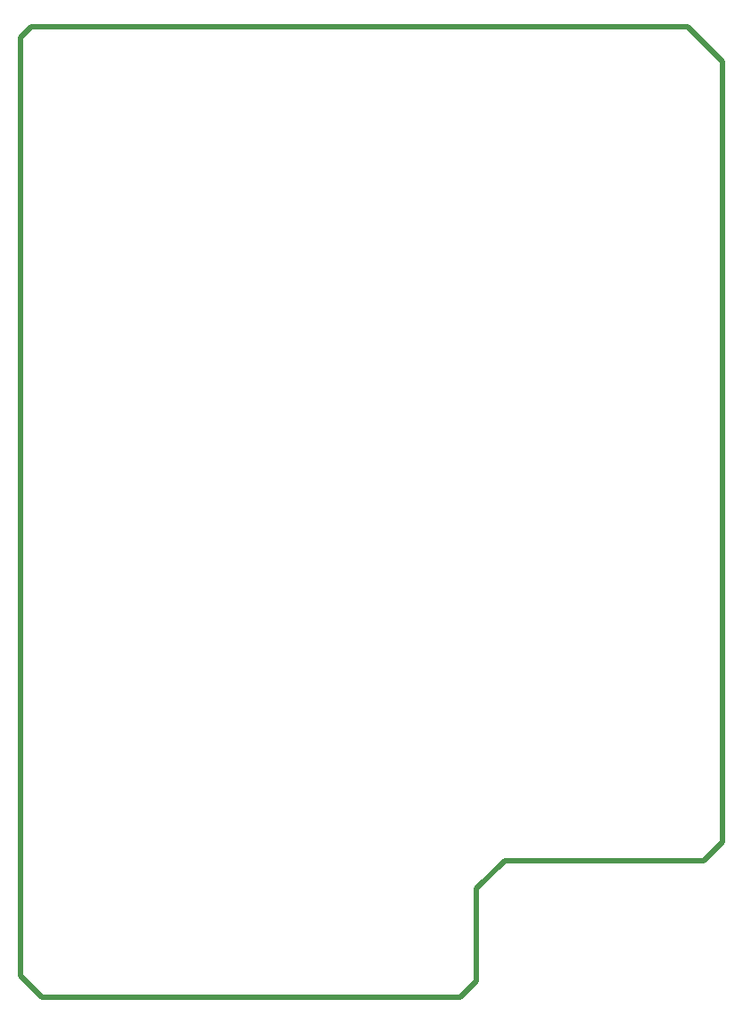
<source format=gko>
G04 Layer: BoardOutline*
G04 EasyEDA v6.4.3, 2020-08-16T09:55:44+08:00*
G04 81dc946ae44a44bf806acedbfbfd66cd,06d3987d76a94bb6b6563c12ef58ecb4,10*
G04 Gerber Generator version 0.2*
G04 Scale: 100 percent, Rotated: No, Reflected: No *
G04 Dimensions in inches *
G04 leading zeros omitted , absolute positions ,2 integer and 4 decimal *
%FSLAX24Y24*%
%MOIN*%
G90*
G70D02*

%ADD10C,0.020000*%
G54D10*
G01X0Y35850D02*
G01X0Y800D01*
G01X800Y0D01*
G01X16450Y0D01*
G01X17050Y600D01*
G01X17050Y4050D01*
G01X18100Y5100D01*
G01X25450Y5100D01*
G01X25550Y5100D01*
G01X26250Y5800D01*
G01X26250Y34950D01*
G01X24950Y36250D01*
G01X400Y36250D01*
G01X0Y35850D01*

%LPD*%
M00*
M02*

</source>
